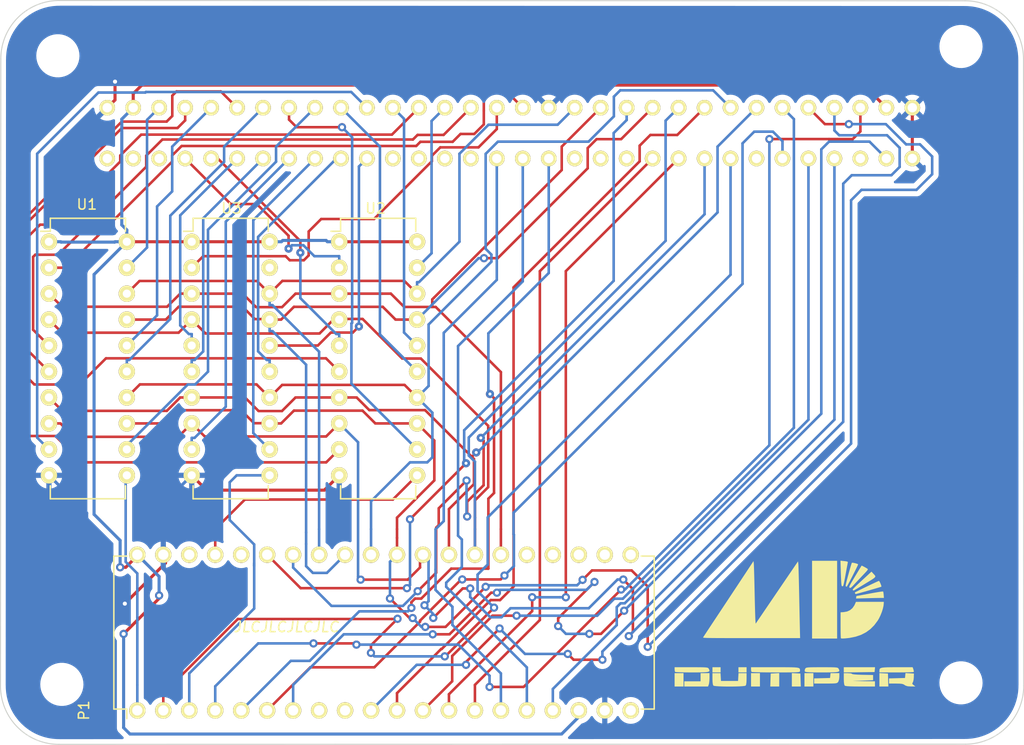
<source format=kicad_pcb>
(kicad_pcb (version 20201116) (generator pcbnew)
  (layers (0 "F.Cu" signal) (31 "B.Cu" signal) (34 "B.Paste" user) (35 "F.Paste" user) (36 "B.SilkS" user "B.Silkscreen") (37 "F.SilkS" user "F.Silkscreen") (38 "B.Mask" user) (39 "F.Mask" user) (44 "Edge.Cuts" user))
  (net 0 "")
  (net 1 "GND")
  (net 2 "VClk")
  (net 3 "STM_ASEL")
  (net 4 "/PA11")
  (net 5 "/PA12")
  (net 6 "VCC5")
  (net 7 "D8")
  (net 8 "/PC14")
  (net 9 "/PC15")
  (net 10 "D9")
  (net 11 "/RST")
  (net 12 "D0_V")
  (net 13 "D10")
  (net 14 "D1_V")
  (net 15 "D4_V")
  (net 16 "D11")
  (net 17 "D5_V")
  (net 18 "D6_V")
  (net 19 "D7_V")
  (net 20 "A0")
  (net 21 "A1")
  (net 22 "A2")
  (net 23 "D2_V")
  (net 24 "A3")
  (net 25 "A4")
  (net 26 "A5")
  (net 27 "A6")
  (net 28 "A7")
  (net 29 "A16")
  (net 30 "A17")
  (net 31 "A18")
  (net 32 "D15")
  (net 33 "D14")
  (net 34 "D13")
  (net 35 "D12")
  (net 36 "A19")
  (net 37 "A20")
  (net 38 "~MARK3")
  (net 39 "A21")
  (net 40 "/VBAT")
  (net 41 "/PC13")
  (net 42 "A22")
  (net 43 "Clk3")
  (net 44 "Clk2")
  (net 45 "Clk1")
  (net 46 "A8")
  (net 47 "A9")
  (net 48 "A10")
  (net 49 "A11")
  (net 50 "A12")
  (net 51 "A13")
  (net 52 "A14")
  (net 53 "A15")
  (net 54 "MD_DTACK")
  (net 55 "MD_UWR")
  (net 56 "MD_AS")
  (net 57 "MD_Rst")
  (net 58 "MD_TIME")
  (net 59 "MD_WE")
  (net 60 "MD_CE")
  (net 61 "MD_OE")
  (net 62 "d3_v")
  (footprint "logo2" (layer "F.Cu") (at 180.99 115.57)
    (fp_text reference "G2" hide)
    (fp_text value "LOGO" hide)
  )
  (footprint "lib:DIP-20_W7.62mm" (layer "F.Cu") (at 121.64 73.13)
    (fp_text reference "U3")
    (fp_text value "74LS273")
  )
  (footprint "lib:DIP-20_W7.62mm" (layer "F.Cu") (at 107.675 73.13)
    (fp_text reference "U1")
    (fp_text value "74LS273")
  )
  (footprint "Mounting_Holes:MountingHole_3.2mm_M3" (layer "F.Cu") (at 108.94 116.45)
    (fp_text reference "M1" hide)
    (fp_text value "MountingHole_3.2mm_M3" hide)
  )
  (footprint "Mounting_Holes:MountingHole_3.2mm_M3" (layer "F.Cu") (at 108.55 54.93)
    (fp_text reference "M4" hide)
    (fp_text value "MountingHole_3.2mm_M3" hide)
  )
  (footprint "lib:STM32" (layer "F.Cu") (at 116.32 119 90)
    (fp_text reference "P1")
    (fp_text value "DIL40")
  )
  (footprint "lib:DIP-20_W7.62mm" (layer "F.Cu") (at 136.065 73.13)
    (fp_text reference "U2")
    (fp_text value "74LS273")
  )
  (footprint "Mounting_Holes:MountingHole_3.2mm_M3" (layer "F.Cu") (at 196.88 54.02)
    (fp_text reference "M3" hide)
    (fp_text value "MountingHole_3.2mm_M3" hide)
  )
  (footprint "logo1" (layer "F.Cu") (at 181.68 107.78)
    (fp_text reference "G1" hide)
    (fp_text value "LOGO" hide)
  )
  (footprint "Mounting_Holes:MountingHole_3.2mm_M3" (layer "F.Cu") (at 196.88 116.3)
    (fp_text reference "M2" hide)
    (fp_text value "MountingHole_3.2mm_M3" hide)
  )
  (footprint "lib:MD_Slot" (layer "F.Cu") (at 152.75 63.71)
    (fp_text reference "Classic 12/2020" hide)
    (fp_text value "MD_Connector_H")
  )
  (gr_arc (start 108.68 55.23) (end 102.970003 55.23) (angle 90) (layer "Edge.Cuts") (width 0.1))
  (gr_arc (start 108.65 116.61) (end 108.65 122.319997) (angle 90) (layer "Edge.Cuts") (width 0.1))
  (gr_line (start 197.282422 49.547581) (end 108.680003 49.52) (layer "Edge.Cuts") (width 0.1))
  (gr_line (start 102.94 116.609997) (end 102.970003 55.23) (layer "Edge.Cuts") (width 0.1))
  (gr_line (start 203.012419 116.592422) (end 202.992422 55.257581) (layer "Edge.Cuts") (width 0.1))
  (gr_line (start 197.302419 122.302422) (end 108.65 122.319997) (layer "Edge.Cuts") (width 0.1))
  (gr_arc (start 197.302422 116.592422) (end 203.012419 116.592422) (angle 90) (layer "Edge.Cuts") (width 0.1))
  (gr_arc (start 197.282422 55.257578) (end 197.282422 49.547581) (angle 90) (layer "Edge.Cuts") (width 0.1))
  (gr_text "JLCJLCJLCJLC" (at 130.9 110.83) (layer "F.SilkS") (effects (font (size 1 1) (thickness 0.15) italic)))
  (segment (start 119.08 103.98) (end 118.86 103.76) (width 0.3) (layer "F.Cu") (net 1))
  (segment (start 114.14 59.25) (end 113.38 60.01) (width 0.3) (layer "F.Cu") (net 1))
  (segment (start 134.615 97.44) (end 123.09 97.44) (width 0.3) (layer "F.Cu") (net 1))
  (segment (start 192.12 64.98) (end 192.12 60.01) (width 0.3) (layer "F.Cu") (net 1))
  (segment (start 114.14 57.46) (end 114.14 59.25) (width 0.3) (layer "F.Cu") (net 1))
  (segment (start 115.1 108.55) (end 119.08 104.57) (width 0.3) (layer "F.Cu") (net 1))
  (segment (start 136.065 95.99) (end 134.615 97.44) (width 0.3) (layer "F.Cu") (net 1))
  (segment (start 123.09 97.44) (end 121.64 95.99) (width 0.3) (layer "F.Cu") (net 1))
  (segment (start 119.08 104.57) (end 119.08 103.98) (width 0.3) (layer "F.Cu") (net 1))
  (via (at 114.14 57.46) (size 0.8) (drill 0.4) (layers "F.Cu" "B.Cu") (net 1))
  (via (at 115.1 108.55) (size 0.8) (drill 0.4) (layers "F.Cu" "B.Cu") (net 1))
  (segment (start 114.74 56.86) (end 114.14 57.46) (width 0.3) (layer "B.Cu") (net 1))
  (segment (start 111.37 104.82) (end 115.1 108.55) (width 0.3) (layer "B.Cu") (net 1))
  (segment (start 188.97 56.86) (end 114.74 56.86) (width 0.3) (layer "B.Cu") (net 1))
  (segment (start 118.86 98.77) (end 118.86 103.76) (width 0.3) (layer "B.Cu") (net 1))
  (segment (start 192.12 60.01) (end 188.97 56.86) (width 0.3) (layer "B.Cu") (net 1))
  (segment (start 111.37 99.685) (end 111.37 104.82) (width 0.3) (layer "B.Cu") (net 1))
  (segment (start 107.675 95.99) (end 111.37 99.685) (width 0.3) (layer "B.Cu") (net 1))
  (segment (start 121.64 95.99) (end 118.86 98.77) (width 0.3) (layer "B.Cu") (net 1))
  (segment (start 116.32 103.86) (end 115.19 104.99) (width 0.3) (layer "F.Cu") (net 6))
  (segment (start 162.24 57.8) (end 187.37 57.8) (width 0.3) (layer "F.Cu") (net 6))
  (segment (start 115.92 60.01) (end 115.92 58.64) (width 0.3) (layer "F.Cu") (net 6))
  (segment (start 115.19 104.99) (end 114.64 104.99) (width 0.3) (layer "F.Cu") (net 6))
  (segment (start 114.98 111.51) (end 118.45 108.04) (width 0.3) (layer "F.Cu") (net 6))
  (segment (start 115.92 58.64) (end 116.76 57.8) (width 0.3) (layer "F.Cu") (net 6))
  (segment (start 116.76 57.8) (end 162.24 57.8) (width 0.3) (layer "F.Cu") (net 6))
  (segment (start 118.45 108.04) (end 118.45 107.75) (width 0.3) (layer "F.Cu") (net 6))
  (segment (start 187.37 57.8) (end 189.58 60.01) (width 0.3) (layer "F.Cu") (net 6))
  (segment (start 143.685 73.13) (end 136.065 73.13) (width 0.3) (layer "F.Cu") (net 6))
  (segment (start 115.295 73.13) (end 121.64 73.13) (width 0.3) (layer "F.Cu") (net 6))
  (segment (start 129.26 73.13) (end 121.64 73.13) (width 0.3) (layer "F.Cu") (net 6))
  (via (at 114.64 104.99) (size 0.8) (drill 0.4) (layers "F.Cu" "B.Cu") (net 6))
  (via (at 114.98 111.51) (size 0.8) (drill 0.4) (layers "F.Cu" "B.Cu") (net 6))
  (via (at 118.45 107.75) (size 0.8) (drill 0.4) (layers "F.Cu" "B.Cu") (net 6))
  (segment (start 136.065 73.13) (end 134.9147 73.13) (width 0.3) (layer "B.Cu") (net 6))
  (segment (start 115.295 73.13) (end 115.295 71.9797) (width 0.3) (layer "B.Cu") (net 6))
  (segment (start 134.9147 73.13) (end 134.7833 72.9986) (width 0.3) (layer "B.Cu") (net 6))
  (segment (start 108.8253 73.13) (end 108.8591 73.1638) (width 0.3) (layer "B.Cu") (net 6))
  (segment (start 157.82 121.31) (end 116.06 121.31) (width 0.3) (layer "B.Cu") (net 6))
  (segment (start 115.295 71.9797) (end 114.8011 71.4858) (width 0.3) (layer "B.Cu") (net 6))
  (segment (start 118.45 105.89) (end 116.32 103.76) (width 0.3) (layer "B.Cu") (net 6))
  (segment (start 116.06 121.31) (end 115.6 121.31) (width 0.3) (layer "B.Cu") (net 6))
  (segment (start 112.09 99.81) (end 112.09 76.335) (width 0.3) (layer "B.Cu") (net 6))
  (segment (start 159.5 119) (end 159.5 119.63) (width 0.3) (layer "B.Cu") (net 6))
  (segment (start 114.1109 73.1638) (end 114.1447 73.13) (width 0.3) (layer "B.Cu") (net 6))
  (segment (start 159.5 119.63) (end 157.82 121.31) (width 0.3) (layer "B.Cu") (net 6))
  (segment (start 114.8011 61.1289) (end 115.92 60.01) (width 0.3) (layer "B.Cu") (net 6))
  (segment (start 112.09 76.335) (end 115.295 73.13) (width 0.3) (layer "B.Cu") (net 6))
  (segment (start 108.8591 73.1638) (end 114.1109 73.1638) (width 0.3) (layer "B.Cu") (net 6))
  (segment (start 118.45 107.75) (end 118.45 105.89) (width 0.3) (layer "B.Cu") (net 6))
  (segment (start 114.8011 71.4858) (end 114.8011 61.1289) (width 0.3) (layer "B.Cu") (net 6))
  (segment (start 114.98 120.69) (end 114.98 111.51) (width 0.3) (layer "B.Cu") (net 6))
  (segment (start 129.26 73.13) (end 130.4103 73.13) (width 0.3) (layer "B.Cu") (net 6))
  (segment (start 107.675 73.13) (end 108.8253 73.13) (width 0.3) (layer "B.Cu") (net 6))
  (segment (start 115.6 121.31) (end 114.98 120.69) (width 0.3) (layer "B.Cu") (net 6))
  (segment (start 114.64 102.36) (end 112.09 99.81) (width 0.3) (layer "B.Cu") (net 6))
  (segment (start 114.64 104.99) (end 114.64 102.36) (width 0.3) (layer "B.Cu") (net 6))
  (segment (start 130.5417 72.9986) (end 130.4103 73.13) (width 0.3) (layer "B.Cu") (net 6))
  (segment (start 115.295 73.13) (end 114.1447 73.13) (width 0.3) (layer "B.Cu") (net 6))
  (segment (start 134.7833 72.9986) (end 130.5417 72.9986) (width 0.3) (layer "B.Cu") (net 6))
  (segment (start 148.4689 94.8093) (end 142.99 100.2882) (width 0.25) (layer "F.Cu") (net 7))
  (segment (start 132.295291 107.035291) (end 142.690906 107.035291) (width 0.25) (layer "F.Cu") (net 7))
  (segment (start 129.02 103.76) (end 132.295291 107.035291) (width 0.25) (layer "F.Cu") (net 7))
  (via (at 142.99 100.2882) (size 0.8) (drill 0.4) (layers "F.Cu" "B.Cu") (net 7))
  (via (at 142.690906 107.035291) (size 0.8) (drill 0.4) (layers "F.Cu" "B.Cu") (net 7))
  (via (at 148.4689 94.8093) (size 0.8) (layers "F.Cu" "B.Cu") (net 7))
  (segment (start 164.18 61.22) (end 162.91 62.49) (width 0.25) (layer "B.Cu") (net 7))
  (segment (start 164.18 60.01) (end 164.18 61.22) (width 0.25) (layer "B.Cu") (net 7))
  (segment (start 142.99 106.736197) (end 142.690906 107.035291) (width 0.25) (layer "B.Cu") (net 7))
  (segment (start 148.2883 91.5792) (end 148.2883 94.6287) (width 0.25) (layer "B.Cu") (net 7))
  (segment (start 162.91 62.49) (end 162.91 76.9575) (width 0.25) (layer "B.Cu") (net 7))
  (segment (start 148.2883 94.6287) (end 148.4689 94.8093) (width 0.25) (layer "B.Cu") (net 7))
  (segment (start 162.91 76.9575) (end 148.2883 91.5792) (width 0.25) (layer "B.Cu") (net 7))
  (segment (start 142.99 100.2882) (end 142.99 106.736197) (width 0.25) (layer "B.Cu") (net 7))
  (segment (start 166.5024 62.6776) (end 169.1324 62.6776) (width 0.25) (layer "F.Cu") (net 10))
  (segment (start 165.45 63.73) (end 166.5024 62.6776) (width 0.25) (layer "F.Cu") (net 10))
  (segment (start 153.12 77.5914) (end 165.45 65.2614) (width 0.25) (layer "F.Cu") (net 10))
  (segment (start 141.72 119) (end 141.72 117.306996) (width 0.25) (layer "F.Cu") (net 10))
  (segment (start 141.72 117.306996) (end 146.041998 112.984998) (width 0.25) (layer "F.Cu") (net 10))
  (segment (start 151.799123 108.200012) (end 153.12 106.879135) (width 0.25) (layer "F.Cu") (net 10))
  (segment (start 165.45 65.2614) (end 165.45 63.73) (width 0.25) (layer "F.Cu") (net 10))
  (segment (start 146.092 112.984998) (end 150.876986 108.200012) (width 0.25) (layer "F.Cu") (net 10))
  (segment (start 150.876986 108.200012) (end 151.799123 108.200012) (width 0.25) (layer "F.Cu") (net 10))
  (segment (start 146.041998 112.984998) (end 146.092 112.984998) (width 0.25) (layer "F.Cu") (net 10))
  (segment (start 169.1324 62.6776) (end 171.8 60.01) (width 0.25) (layer "F.Cu") (net 10))
  (segment (start 153.12 106.879135) (end 153.12 77.5914) (width 0.25) (layer "F.Cu") (net 10))
  (segment (start 141.12 78.21) (end 140.26 78.21) (width 0.25) (layer "F.Cu") (net 12))
  (segment (start 145.3343 78.6057) (end 145.1656 78.7744) (width 0.25) (layer "F.Cu") (net 12))
  (segment (start 140.26 78.21) (end 136.065 78.21) (width 0.25) (layer "F.Cu") (net 12))
  (segment (start 151.88 103.76) (end 151.88 101.26) (width 0.25) (layer "F.Cu") (net 12))
  (segment (start 145.1656 78.7744) (end 145.1656 79.51) (width 0.25) (layer "F.Cu") (net 12))
  (segment (start 136.065 78.21) (end 131.7953 78.21) (width 0.25) (layer "F.Cu") (net 12))
  (segment (start 127.94 79.53) (end 126.62 78.21) (width 0.25) (layer "F.Cu") (net 12))
  (segment (start 145.1656 79.51) (end 142.42 79.51) (width 0.25) (layer "F.Cu") (net 12))
  (segment (start 119.2347 79.49) (end 108.955 79.49) (width 0.25) (layer "F.Cu") (net 12))
  (segment (start 142.42 79.51) (end 141.12 78.21) (width 0.25) (layer "F.Cu") (net 12))
  (segment (start 151.88 85.887) (end 151.88 101.26) (width 0.25) (layer "F.Cu") (net 12))
  (segment (start 157.83 63.82) (end 157.83 66.11) (width 0.25) (layer "F.Cu") (net 12))
  (segment (start 126.62 78.21) (end 121.64 78.21) (width 0.25) (layer "F.Cu") (net 12))
  (segment (start 130.4753 79.53) (end 127.94 79.53) (width 0.25) (layer "F.Cu") (net 12))
  (segment (start 145.7915 79.7985) (end 151.88 85.887) (width 0.25) (layer "F.Cu") (net 12))
  (segment (start 157.83 66.11) (end 145.3343 78.6057) (width 0.25) (layer "F.Cu") (net 12))
  (segment (start 121.64 78.21) (end 120.5147 78.21) (width 0.25) (layer "F.Cu") (net 12))
  (segment (start 145.503 79.51) (end 145.7915 79.7985) (width 0.25) (layer "F.Cu") (net 12))
  (segment (start 131.7953 78.21) (end 130.4753 79.53) (width 0.25) (layer "F.Cu") (net 12))
  (segment (start 161.64 60.01) (end 157.83 63.82) (width 0.25) (layer "F.Cu") (net 12))
  (segment (start 145.1656 79.51) (end 145.503 79.51) (width 0.25) (layer "F.Cu") (net 12))
  (segment (start 108.955 79.49) (end 107.675 78.21) (width 0.25) (layer "F.Cu") (net 12))
  (segment (start 120.5147 78.21) (end 119.2347 79.49) (width 0.25) (layer "F.Cu") (net 12))
  (segment (start 147.115002 116.144998) (end 147.115002 113.671408) (width 0.25) (layer "F.Cu") (net 13))
  (segment (start 144.26 119) (end 147.115002 116.144998) (width 0.25) (layer "F.Cu") (net 13))
  (segment (start 151.05841 109.728) (end 153.416 109.728) (width 0.25) (layer "F.Cu") (net 13))
  (segment (start 147.115002 113.671408) (end 151.05841 109.728) (width 0.25) (layer "F.Cu") (net 13))
  (via (at 153.416 109.728) (size 0.8) (drill 0.4) (layers "F.Cu" "B.Cu") (net 13))
  (segment (start 161.301974 109.728) (end 153.416 109.728) (width 0.25) (layer "B.Cu") (net 13))
  (segment (start 162.964987 108.064987) (end 161.301974 109.728) (width 0.25) (layer "B.Cu") (net 13))
  (segment (start 180.536011 91.336181) (end 163.807205 108.064987) (width 0.25) (layer "B.Cu") (net 13))
  (segment (start 179.42 60.01) (end 180.536011 61.126011) (width 0.25) (layer "B.Cu") (net 13))
  (segment (start 180.536011 61.126011) (end 180.536011 91.336181) (width 0.25) (layer "B.Cu") (net 13))
  (segment (start 163.807205 108.064987) (end 162.964987 108.064987) (width 0.25) (layer "B.Cu") (net 13))
  (segment (start 150.6397 97.1461) (end 149.34 98.4458) (width 0.25) (layer "F.Cu") (net 14))
  (segment (start 138.3518 80.6844) (end 142.2274 84.56) (width 0.25) (layer "F.Cu") (net 14))
  (segment (start 120.36 82.03) (end 121.64 80.75) (width 0.25) (layer "F.Cu") (net 14))
  (segment (start 135.568 80.6844) (end 138.3518 80.6844) (width 0.25) (layer "F.Cu") (net 14))
  (segment (start 108.955 82.03) (end 120.36 82.03) (width 0.25) (layer "F.Cu") (net 14))
  (segment (start 136.065 80.75) (end 135.5024 80.75) (width 0.25) (layer "F.Cu") (net 14))
  (segment (start 150.6397 91.1478) (end 150.6397 97.1461) (width 0.25) (layer "F.Cu") (net 14))
  (segment (start 144.0519 84.56) (end 150.6397 91.1478) (width 0.25) (layer "F.Cu") (net 14))
  (segment (start 135.5024 80.75) (end 135.568 80.6844) (width 0.25) (layer "F.Cu") (net 14))
  (segment (start 149.34 101.26) (end 149.34 100.1347) (width 0.25) (layer "F.Cu") (net 14))
  (segment (start 134.1424 82.11) (end 135.5024 80.75) (width 0.25) (layer "F.Cu") (net 14))
  (segment (start 142.2274 84.56) (end 144.0519 84.56) (width 0.25) (layer "F.Cu") (net 14))
  (segment (start 121.64 80.75) (end 123 82.11) (width 0.25) (layer "F.Cu") (net 14))
  (segment (start 149.34 103.76) (end 149.34 101.26) (width 0.25) (layer "F.Cu") (net 14))
  (segment (start 149.34 98.4458) (end 149.34 100.1347) (width 0.25) (layer "F.Cu") (net 14))
  (segment (start 107.675 80.75) (end 108.955 82.03) (width 0.25) (layer "F.Cu") (net 14))
  (segment (start 123 82.11) (end 134.1424 82.11) (width 0.25) (layer "F.Cu") (net 14))
  (segment (start 148.7386 94.0531) (end 149.3399 94.6544) (width 0.25) (layer "B.Cu") (net 14))
  (segment (start 149.3399 94.6544) (end 149.34 94.6544) (width 0.25) (layer "B.Cu") (net 14))
  (segment (start 149.34 101.26) (end 149.34 100.1347) (width 0.25) (layer "B.Cu") (net 14))
  (segment (start 149.34 94.6544) (end 149.34 100.1347) (width 0.25) (layer "B.Cu") (net 14))
  (segment (start 169.26 60.01) (end 167.99 61.28) (width 0.25) (layer "B.Cu") (net 14))
  (segment (start 148.7386 92.2901) (end 148.7386 94.0531) (width 0.25) (layer "B.Cu") (net 14))
  (segment (start 167.99 61.28) (end 167.99 73.0387) (width 0.25) (layer "B.Cu") (net 14))
  (segment (start 149.34 101.26) (end 149.34 103.76) (width 0.25) (layer "B.Cu") (net 14))
  (segment (start 167.99 73.0387) (end 148.7386 92.2901) (width 0.25) (layer "B.Cu") (net 14))
  (segment (start 143.685 90.91) (end 145.37 92.595) (width 0.25) (layer "F.Cu") (net 15))
  (segment (start 150.39 106.90501) (end 146.471392 110.823618) (width 0.25) (layer "F.Cu") (net 15))
  (segment (start 129.24 90.89) (end 129.26 90.91) (width 0.25) (layer "F.Cu") (net 15))
  (segment (start 138.3472 89.66) (end 131.6353 89.66) (width 0.25) (layer "F.Cu") (net 15))
  (segment (start 160.79 105.3) (end 159.87 106.22) (width 0.25) (layer "F.Cu") (net 15))
  (segment (start 145.37 96.4847) (end 141.72 100.1347) (width 0.25) (layer "F.Cu") (net 15))
  (segment (start 145.37 92.595) (end 145.37 96.4847) (width 0.25) (layer "F.Cu") (net 15))
  (segment (start 126.47 89.62) (end 127.74 90.89) (width 0.25) (layer "F.Cu") (net 15))
  (segment (start 146.471392 110.823618) (end 144.483618 110.823618) (width 0.25) (layer "F.Cu") (net 15))
  (segment (start 164.67 105.3) (end 160.79 105.3) (width 0.25) (layer "F.Cu") (net 15))
  (segment (start 119.1047 90.91) (end 120.3947 89.62) (width 0.25) (layer "F.Cu") (net 15))
  (segment (start 115.295 90.91) (end 119.1047 90.91) (width 0.25) (layer "F.Cu") (net 15))
  (segment (start 141.72 100.1347) (end 141.72 101.26) (width 0.25) (layer "F.Cu") (net 15))
  (segment (start 141.72 103.76) (end 141.72 102.11) (width 0.25) (layer "F.Cu") (net 15))
  (segment (start 181.96 60.01) (end 183.57 61.62) (width 0.25) (layer "F.Cu") (net 15))
  (segment (start 130.3853 90.91) (end 129.26 90.91) (width 0.25) (layer "F.Cu") (net 15))
  (segment (start 120.3947 89.62) (end 126.47 89.62) (width 0.25) (layer "F.Cu") (net 15))
  (segment (start 142.946998 109.960335) (end 143.248579 109.960335) (width 0.25) (layer "F.Cu") (net 15))
  (segment (start 143.685 90.91) (end 139.5972 90.91) (width 0.25) (layer "F.Cu") (net 15))
  (segment (start 166.24 106.87) (end 164.67 105.3) (width 0.25) (layer "F.Cu") (net 15))
  (segment (start 166.24 112.77) (end 166.24 106.87) (width 0.25) (layer "F.Cu") (net 15))
  (segment (start 131.6353 89.66) (end 130.3853 90.91) (width 0.25) (layer "F.Cu") (net 15))
  (segment (start 127.74 90.89) (end 129.24 90.89) (width 0.25) (layer "F.Cu") (net 15))
  (segment (start 183.57 61.62) (end 185.91 61.62) (width 0.25) (layer "F.Cu") (net 15))
  (segment (start 141.031653 108.04499) (end 142.946998 109.960335) (width 0.25) (layer "F.Cu") (net 15))
  (segment (start 141.72 101.26) (end 141.72 102.11) (width 0.25) (layer "F.Cu") (net 15))
  (segment (start 139.5972 90.91) (end 138.3472 89.66) (width 0.25) (layer "F.Cu") (net 15))
  (via (at 159.87 106.22) (size 0.8) (drill 0.4) (layers "F.Cu" "B.Cu") (net 15))
  (via (at 141.031653 108.04499) (size 0.8) (drill 0.4) (layers "F.Cu" "B.Cu") (net 15))
  (via (at 166.24 112.77) (size 0.8) (drill 0.4) (layers "F.Cu" "B.Cu") (net 15))
  (via (at 185.91 61.62) (size 0.8) (drill 0.4) (layers "F.Cu" "B.Cu") (net 15))
  (via (at 150.39 106.90501) (size 0.8) (drill 0.4) (layers "F.Cu" "B.Cu") (net 15))
  (via (at 143.248579 109.960335) (size 0.8) (drill 0.4) (layers "F.Cu" "B.Cu") (net 15))
  (via (at 144.483618 110.823618) (size 0.8) (drill 0.4) (layers "F.Cu" "B.Cu") (net 15))
  (segment (start 141.72 103.76) (end 141.031653 104.448347) (width 0.25) (layer "B.Cu") (net 15))
  (segment (start 143.248579 109.960335) (end 144.111862 110.823618) (width 0.25) (layer "B.Cu") (net 15))
  (segment (start 192.87 63.6) (end 194.06 64.79) (width 0.25) (layer "B.Cu") (net 15))
  (segment (start 186.13 69.07) (end 186.13 92.88) (width 0.25) (layer "B.Cu") (net 15))
  (segment (start 185.91 61.62) (end 189.53 61.62) (width 0.25) (layer "B.Cu") (net 15))
  (segment (start 189.53 61.62) (end 191.51 63.6) (width 0.25) (layer "B.Cu") (net 15))
  (segment (start 159.34 106.75) (end 150.54501 106.75) (width 0.25) (layer "B.Cu") (net 15))
  (segment (start 187.15 68.05) (end 186.13 69.07) (width 0.25) (layer "B.Cu") (net 15))
  (segment (start 194.06 64.79) (end 194.06 66.52) (width 0.25) (layer "B.Cu") (net 15))
  (segment (start 150.54501 106.75) (end 150.39 106.90501) (width 0.25) (layer "B.Cu") (net 15))
  (segment (start 144.111862 110.823618) (end 144.483618 110.823618) (width 0.25) (layer "B.Cu") (net 15))
  (segment (start 186.13 92.88) (end 166.24 112.77) (width 0.25) (layer "B.Cu") (net 15))
  (segment (start 159.87 106.22) (end 159.34 106.75) (width 0.25) (layer "B.Cu") (net 15))
  (segment (start 191.51 63.6) (end 192.87 63.6) (width 0.25) (layer "B.Cu") (net 15))
  (segment (start 192.53 68.05) (end 187.15 68.05) (width 0.25) (layer "B.Cu") (net 15))
  (segment (start 194.06 66.52) (end 192.53 68.05) (width 0.25) (layer "B.Cu") (net 15))
  (segment (start 141.031653 104.448347) (end 141.031653 108.04499) (width 0.25) (layer "B.Cu") (net 15))
  (segment (start 154.104314 116.7) (end 163.637205 107.167109) (width 0.25) (layer "F.Cu") (net 16))
  (segment (start 133.55 112.44) (end 137.63 112.44) (width 0.25) (layer "F.Cu") (net 16))
  (segment (start 137.63 112.44) (end 137.75 112.56) (width 0.25) (layer "F.Cu") (net 16))
  (segment (start 150.77 116.7) (end 154.104314 116.7) (width 0.25) (layer "F.Cu") (net 16))
  (segment (start 187.04 62.33) (end 186.29 63.08) (width 0.25) (layer "F.Cu") (net 16))
  (segment (start 178.14 63.08) (end 183.97 63.08) (width 0.25) (layer "F.Cu") (net 16))
  (segment (start 186.29 63.08) (end 183.97 63.08) (width 0.25) (layer "F.Cu") (net 16))
  (segment (start 187.04 60.01) (end 187.04 62.33) (width 0.25) (layer "F.Cu") (net 16))
  (via (at 163.637205 107.167109) (size 0.8) (drill 0.4) (layers "F.Cu" "B.Cu") (net 16))
  (via (at 178.14 63.08) (size 0.8) (drill 0.4) (layers "F.Cu" "B.Cu") (net 16))
  (via (at 133.55 112.44) (size 0.8) (drill 0.4) (layers "F.Cu" "B.Cu") (net 16))
  (via (at 137.75 112.56) (size 0.8) (drill 0.4) (layers "F.Cu" "B.Cu") (net 16))
  (via (at 150.77 116.7) (size 0.8) (drill 0.4) (layers "F.Cu" "B.Cu") (net 16))
  (segment (start 123.94 119) (end 123.94 116.64) (width 0.25) (layer "B.Cu") (net 16))
  (segment (start 137.75 112.56) (end 147.73 112.56) (width 0.25) (layer "B.Cu") (net 16))
  (segment (start 128.14 112.44) (end 133.55 112.44) (width 0.25) (layer "B.Cu") (net 16))
  (segment (start 150.77 115.6) (end 150.77 116.7) (width 0.25) (layer "B.Cu") (net 16))
  (segment (start 178.14 93.043002) (end 164.015893 107.167109) (width 0.25) (layer "B.Cu") (net 16))
  (segment (start 178.14 63.08) (end 178.14 93.043002) (width 0.25) (layer "B.Cu") (net 16))
  (segment (start 123.94 116.64) (end 128.14 112.44) (width 0.25) (layer "B.Cu") (net 16))
  (segment (start 164.015893 107.167109) (end 163.637205 107.167109) (width 0.25) (layer "B.Cu") (net 16))
  (segment (start 147.73 112.56) (end 150.77 115.6) (width 0.25) (layer "B.Cu") (net 16))
  (segment (start 129.26 88.37) (end 127.98 87.09) (width 0.25) (layer "F.Cu") (net 17))
  (segment (start 143.685 88.37) (end 142.455 87.14) (width 0.25) (layer "F.Cu") (net 17))
  (segment (start 127.98 87.09) (end 116.575 87.09) (width 0.25) (layer "F.Cu") (net 17))
  (segment (start 116.575 87.09) (end 115.295 88.37) (width 0.25) (layer "F.Cu") (net 17))
  (segment (start 142.455 87.14) (end 130.49 87.14) (width 0.25) (layer "F.Cu") (net 17))
  (segment (start 130.49 87.14) (end 129.26 88.37) (width 0.25) (layer "F.Cu") (net 17))
  (segment (start 142.99 94.72) (end 139.18 98.53) (width 0.25) (layer "B.Cu") (net 17))
  (segment (start 150.3903 73.827896) (end 150.3903 64.5291) (width 0.25) (layer "B.Cu") (net 17))
  (segment (start 144.8103 81.228024) (end 150.952362 75.085962) (width 0.25) (layer "B.Cu") (net 17))
  (segment (start 144.8103 87.2447) (end 144.8103 81.228024) (width 0.25) (layer "B.Cu") (net 17))
  (segment (start 160.4556 63.3344) (end 162.93 60.86) (width 0.25) (layer "B.Cu") (net 17))
  (segment (start 150.952362 75.085962) (end 150.952362 74.389958) (width 0.25) (layer "B.Cu") (net 17))
  (segment (start 150.952362 74.389958) (end 150.3903 73.827896) (width 0.25) (layer "B.Cu") (net 17))
  (segment (start 172.64 58.31) (end 174.34 60.01) (width 0.25) (layer "B.Cu") (net 17))
  (segment (start 144.68 94.72) (end 142.99 94.72) (width 0.25) (layer "B.Cu") (net 17))
  (segment (start 139.18 103.76) (end 139.18 101.26) (width 0.25) (layer "B.Cu") (net 17))
  (segment (start 143.685 88.37) (end 145.18 89.865) (width 0.25) (layer "B.Cu") (net 17))
  (segment (start 150.3903 64.5291) (end 151.585 63.3344) (width 0.25) (layer "B.Cu") (net 17))
  (segment (start 162.93 60.86) (end 162.93 58.93) (width 0.25) (layer "B.Cu") (net 17))
  (segment (start 139.18 98.53) (end 139.18 101.26) (width 0.25) (layer "B.Cu") (net 17))
  (segment (start 143.685 88.37) (end 144.8103 87.2447) (width 0.25) (layer "B.Cu") (net 17))
  (segment (start 162.93 58.93) (end 163.55 58.31) (width 0.25) (layer "B.Cu") (net 17))
  (segment (start 163.55 58.31) (end 172.64 58.31) (width 0.25) (layer "B.Cu") (net 17))
  (segment (start 151.585 63.3344) (end 160.4556 63.3344) (width 0.25) (layer "B.Cu") (net 17))
  (segment (start 145.18 89.865) (end 145.18 94.22) (width 0.25) (layer "B.Cu") (net 17))
  (segment (start 145.18 94.22) (end 144.68 94.72) (width 0.25) (layer "B.Cu") (net 17))
  (segment (start 140.05 79.5) (end 131.6353 79.5) (width 0.25) (layer "F.Cu") (net 18))
  (segment (start 143.685 80.75) (end 141.58 80.75) (width 0.25) (layer "F.Cu") (net 18))
  (segment (start 130.3853 80.75) (end 129.26 80.75) (width 0.25) (layer "F.Cu") (net 18))
  (segment (start 126.61 79.49) (end 127.82 80.7) (width 0.25) (layer "F.Cu") (net 18))
  (segment (start 129.21 80.7) (end 129.26 80.75) (width 0.25) (layer "F.Cu") (net 18))
  (segment (start 160.37 65.94) (end 151.57204 74.73796) (width 0.25) (layer "F.Cu") (net 18))
  (segment (start 163.6408 63.0892) (end 161.2408 63.0892) (width 0.25) (layer "F.Cu") (net 18))
  (segment (start 161.2408 63.0892) (end 160.37 63.96) (width 0.25) (layer "F.Cu") (net 18))
  (segment (start 140.33 79.5) (end 140.05 79.5) (width 0.25) (layer "F.Cu") (net 18))
  (segment (start 151.57204 74.73796) (end 150.22736 74.73796) (width 0.25) (layer "F.Cu") (net 18))
  (segment (start 141.58 80.75) (end 140.33 79.5) (width 0.25) (layer "F.Cu") (net 18))
  (segment (start 160.37 63.96) (end 160.37 65.94) (width 0.25) (layer "F.Cu") (net 18))
  (segment (start 119.1047 80.75) (end 120.3647 79.49) (width 0.25) (layer "F.Cu") (net 18))
  (segment (start 120.3647 79.49) (end 126.61 79.49) (width 0.25) (layer "F.Cu") (net 18))
  (segment (start 115.295 80.75) (end 119.1047 80.75) (width 0.25) (layer "F.Cu") (net 18))
  (segment (start 166.72 60.01) (end 163.6408 63.0892) (width 0.25) (layer "F.Cu") (net 18))
  (segment (start 131.6353 79.5) (end 130.3853 80.75) (width 0.25) (layer "F.Cu") (net 18))
  (segment (start 127.82 80.7) (end 129.21 80.7) (width 0.25) (layer "F.Cu") (net 18))
  (via (at 150.22736 74.73796) (size 0.8) (drill 0.4) (layers "F.Cu" "B.Cu") (net 18))
  (segment (start 132.83 85.164) (end 132.83 101.5818) (width 0.25) (layer "B.Cu") (net 18))
  (segment (start 129.26 81.8753) (end 129.5413 81.8753) (width 0.25) (layer "B.Cu") (net 18))
  (segment (start 129.26 80.75) (end 129.26 81.8753) (width 0.25) (layer "B.Cu") (net 18))
  (segment (start 133.49 105.54) (end 134.86 105.54) (width 0.25) (layer "B.Cu") (net 18))
  (segment (start 143.685 80.75) (end 149.69704 74.73796) (width 0.25) (layer "B.Cu") (net 18))
  (segment (start 132.83 102.71) (end 132.83 101.5818) (width 0.25) (layer "B.Cu") (net 18))
  (segment (start 132.83 104.88) (end 133.49 105.54) (width 0.25) (layer "B.Cu") (net 18))
  (segment (start 129.5413 81.8753) (end 132.83 85.164) (width 0.25) (layer "B.Cu") (net 18))
  (segment (start 134.86 105.54) (end 136.64 103.76) (width 0.25) (layer "B.Cu") (net 18))
  (segment (start 149.69704 74.73796) (end 150.22736 74.73796) (width 0.25) (layer "B.Cu") (net 18))
  (segment (start 132.83 102.71) (end 132.83 104.88) (width 0.25) (layer "B.Cu") (net 18))
  (segment (start 115.295 78.21) (end 116.535 76.97) (width 0.25) (layer "F.Cu") (net 19))
  (segment (start 128.02 76.97) (end 129.26 78.21) (width 0.25) (layer "F.Cu") (net 19))
  (segment (start 143.685 78.21) (end 142.435 76.96) (width 0.25) (layer "F.Cu") (net 19))
  (segment (start 116.535 76.97) (end 128.02 76.97) (width 0.25) (layer "F.Cu") (net 19))
  (segment (start 130.51 76.96) (end 129.26 78.21) (width 0.25) (layer "F.Cu") (net 19))
  (segment (start 142.435 76.96) (end 130.51 76.96) (width 0.25) (layer "F.Cu") (net 19))
  (segment (start 157.4314 61.6786) (end 150.667 61.6786) (width 0.25) (layer "B.Cu") (net 19))
  (segment (start 143.685 78.21) (end 143.685 77.0847) (width 0.25) (layer "B.Cu") (net 19))
  (segment (start 134.1 83.894) (end 134.1 101.26) (width 0.25) (layer "B.Cu") (net 19))
  (segment (start 129.26 78.21) (end 129.26 79.3353) (width 0.25) (layer "B.Cu") (net 19))
  (segment (start 159.1 60.01) (end 157.4314 61.6786) (width 0.25) (layer "B.Cu") (net 19))
  (segment (start 147.8278 64.5178) (end 147.8278 73.1272) (width 0.25) (layer "B.Cu") (net 19))
  (segment (start 134.1 103.76) (end 134.1 101.26) (width 0.25) (layer "B.Cu") (net 19))
  (segment (start 129.26 79.3353) (end 129.5413 79.3353) (width 0.25) (layer "B.Cu") (net 19))
  (segment (start 129.5413 79.3353) (end 134.1 83.894) (width 0.25) (layer "B.Cu") (net 19))
  (segment (start 147.8278 73.1272) (end 143.8703 77.0847) (width 0.25) (layer "B.Cu") (net 19))
  (segment (start 143.8703 77.0847) (end 143.685 77.0847) (width 0.25) (layer "B.Cu") (net 19))
  (segment (start 150.667 61.6786) (end 147.8278 64.5178) (width 0.25) (layer "B.Cu") (net 19))
  (segment (start 149.27895 62.58105) (end 150.21 61.65) (width 0.25) (layer "F.Cu") (net 20))
  (segment (start 119.73 64.6806) (end 119.73 65.2862) (width 0.25) (layer "F.Cu") (net 20))
  (segment (start 144.009 63.3489) (end 143.6011 63.7568) (width 0.25) (layer "F.Cu") (net 20))
  (segment (start 120.6538 63.7568) (end 119.73 64.6806) (width 0.25) (layer "F.Cu") (net 20))
  (segment (start 150.86 58.38) (end 150.21 59.03) (width 0.25) (layer "F.Cu") (net 20))
  (segment (start 150.21 61.65) (end 150.21 60.3021) (width 0.25) (layer "F.Cu") (net 20))
  (segment (start 143.6011 63.7568) (end 120.6538 63.7568) (width 0.25) (layer "F.Cu") (net 20))
  (segment (start 119.73 65.2862) (end 109.3462 75.67) (width 0.25) (layer "F.Cu") (net 20))
  (segment (start 147.93105 62.58105) (end 149.27895 62.58105) (width 0.25) (layer "F.Cu") (net 20))
  (segment (start 109.3462 75.67) (end 107.675 75.67) (width 0.25) (layer "F.Cu") (net 20))
  (segment (start 150.21 59.03) (end 150.21 60.3021) (width 0.25) (layer "F.Cu") (net 20))
  (segment (start 147.93105 62.58105) (end 147.1632 63.3489) (width 0.25) (layer "F.Cu") (net 20))
  (segment (start 152.39 58.38) (end 150.86 58.38) (width 0.25) (layer "F.Cu") (net 20))
  (segment (start 147.1632 63.3489) (end 144.009 63.3489) (width 0.25) (layer "F.Cu") (net 20))
  (segment (start 154.02 60.01) (end 152.39 58.38) (width 0.25) (layer "F.Cu") (net 20))
  (segment (start 143.7293 62.6735) (end 143.279 63.1238) (width 0.25) (layer "F.Cu") (net 21))
  (segment (start 106.13 81.745) (end 107.675 83.29) (width 0.25) (layer "F.Cu") (net 21))
  (segment (start 117.19 64.7063) (end 117.19 65.79) (width 0.25) (layer "F.Cu") (net 21))
  (segment (start 146.2765 62.6735) (end 143.7293 62.6735) (width 0.25) (layer "F.Cu") (net 21))
  (segment (start 106.13 74.61) (end 106.13 81.745) (width 0.25) (layer "F.Cu") (net 21))
  (segment (start 143.279 63.1238) (end 118.7725 63.1238) (width 0.25) (layer "F.Cu") (net 21))
  (segment (start 117.19 65.79) (end 108.58 74.4) (width 0.25) (layer "F.Cu") (net 21))
  (segment (start 108.58 74.4) (end 106.34 74.4) (width 0.25) (layer "F.Cu") (net 21))
  (segment (start 148.94 60.01) (end 146.2765 62.6735) (width 0.25) (layer "F.Cu") (net 21))
  (segment (start 118.7725 63.1238) (end 117.19 64.7063) (width 0.25) (layer "F.Cu") (net 21))
  (segment (start 106.34 74.4) (end 106.13 74.61) (width 0.25) (layer "F.Cu") (net 21))
  (segment (start 105.679989 83.834989) (end 107.675 85.83) (width 0.25) (layer "F.Cu") (net 22))
  (segment (start 143.86 60.01) (end 141.225399 62.644601) (width 0.25) (layer "F.Cu") (net 22))
  (segment (start 114.65 64.6915) (end 114.65 65.2827) (width 0.25) (layer "F.Cu") (net 22))
  (segment (start 116.696899 62.644601) (end 114.65 64.6915) (width 0.25) (layer "F.Cu") (net 22))
  (segment (start 106.81 71.46) (end 105.679989 72.590011) (width 0.25) (layer "F.Cu") (net 22))
  (segment (start 141.225399 62.644601) (end 116.696899 62.644601) (width 0.25) (layer "F.Cu") (net 22))
  (segment (start 108.4727 71.46) (end 106.81 71.46) (width 0.25) (layer "F.Cu") (net 22))
  (segment (start 105.679989 72.590011) (end 105.679989 83.834989) (width 0.25) (layer "F.Cu") (net 22))
  (segment (start 114.65 65.2827) (end 108.4727 71.46) (width 0.25) (layer "F.Cu") (net 22))
  (segment (start 137.7711 88.37) (end 136.065 88.37) (width 0.25) (layer "F.Cu") (net 23))
  (segment (start 126.85 88.37) (end 121.64 88.37) (width 0.25) (layer "F.Cu") (net 23))
  (segment (start 131.7953 88.37) (end 130.4653 89.7) (width 0.25) (layer "F.Cu") (net 23))
  (segment (start 149.4639 93.7527) (end 149.0375 94.1791) (width 0.25) (layer "F.Cu") (net 23))
  (segment (start 139.0111 89.61) (end 137.7711 88.37) (width 0.25) (layer "F.Cu") (net 23))
  (segment (start 130.4653 89.7) (end 128.18 89.7) (width 0.25) (layer "F.Cu") (net 23))
  (segment (start 144.4684 89.61) (end 139.0111 89.61) (width 0.25) (layer "F.Cu") (net 23))
  (segment (start 108.985 89.68) (end 107.675 88.37) (width 0.25) (layer "F.Cu") (net 23))
  (segment (start 149.245002 96.848002) (end 149.245002 94.386602) (width 0.25) (layer "F.Cu") (net 23))
  (segment (start 149.0375 94.1791) (end 144.4684 89.61) (width 0.25) (layer "F.Cu") (net 23))
  (segment (start 149.245002 94.386602) (end 149.0375 94.1791) (width 0.25) (layer "F.Cu") (net 23))
  (segment (start 120.5147 88.37) (end 119.2047 89.68) (width 0.25) (layer "F.Cu") (net 23))
  (segment (start 128.18 89.7) (end 126.85 88.37) (width 0.25) (layer "F.Cu") (net 23))
  (segment (start 136.065 88.37) (end 131.7953 88.37) (width 0.25) (layer "F.Cu") (net 23))
  (segment (start 121.64 88.37) (end 120.5147 88.37) (width 0.25) (layer "F.Cu") (net 23))
  (segment (start 146.8 103.76) (end 146.8 99.293004) (width 0.25) (layer "F.Cu") (net 23))
  (segment (start 119.2047 89.68) (end 108.985 89.68) (width 0.25) (layer "F.Cu") (net 23))
  (segment (start 146.8 99.293004) (end 149.245002 96.848002) (width 0.25) (layer "F.Cu") (net 23))
  (via (at 149.4639 93.7527) (size 0.8) (layers "F.Cu" "B.Cu") (net 23))
  (segment (start 173.07 70.2591) (end 149.5764 93.7527) (width 0.25) (layer "B.Cu") (net 23))
  (segment (start 149.5764 93.7527) (end 149.4639 93.7527) (width 0.25) (layer "B.Cu") (net 23))
  (segment (start 176.88 60.01) (end 173.07 63.82) (width 0.25) (layer "B.Cu") (net 23))
  (segment (start 173.07 63.82) (end 173.07 70.2591) (width 0.25) (layer "B.Cu") (net 23))
  (segment (start 138.78 60.01) (end 137.242988 58.472988) (width 0.25) (layer "B.Cu") (net 24))
  (segment (start 106.5241 92.2991) (end 107.675 93.45) (width 0.25) (layer "B.Cu") (net 24))
  (segment (start 117.160014 58.472988) (end 117.108001 58.525001) (width 0.25) (layer "B.Cu") (net 24))
  (segment (start 137.242988 58.472988) (end 117.160014 58.472988) (width 0.25) (layer "B.Cu") (net 24))
  (segment (start 117.108001 58.525001) (end 112.514999 58.525001) (width 0.25) (layer "B.Cu") (net 24))
  (segment (start 106.5241 64.5159) (end 106.5241 92.2991) (width 0.25) (layer "B.Cu") (net 24))
  (segment (start 112.514999 58.525001) (end 106.5241 64.5159) (width 0.25) (layer "B.Cu") (net 24))
  (segment (start 115.295 93.0609) (end 115.295 93.45) (width 0.25) (layer "B.Cu") (net 25))
  (segment (start 129.89 65.2964) (end 123.2352 71.9512) (width 0.25) (layer "B.Cu") (net 25))
  (segment (start 116.0312 92.3247) (end 115.295 93.0609) (width 0.25) (layer "B.Cu") (net 25))
  (segment (start 121.9751 87.1) (end 121.2559 87.1) (width 0.25) (layer "B.Cu") (net 25))
  (segment (start 123.2352 71.9512) (end 123.2352 85.8399) (width 0.25) (layer "B.Cu") (net 25))
  (segment (start 121.2559 87.1) (end 116.0312 92.3247) (width 0.25) (layer "B.Cu") (net 25))
  (segment (start 129.89 63.82) (end 129.89 65.2964) (width 0.25) (layer "B.Cu") (net 25))
  (segment (start 133.7 60.01) (end 129.89 63.82) (width 0.25) (layer "B.Cu") (net 25))
  (segment (start 123.2352 85.8399) (end 121.9751 87.1) (width 0.25) (layer "B.Cu") (net 25))
  (segment (start 119.5437 70.5823) (end 124.81 65.316) (width 0.25) (layer "B.Cu") (net 26))
  (segment (start 124.81 65.316) (end 124.81 63.82) (width 0.25) (layer "B.Cu") (net 26))
  (segment (start 115.5295 84.7047) (end 119.5437 80.6905) (width 0.25) (layer "B.Cu") (net 26))
  (segment (start 119.5437 80.6905) (end 119.5437 70.5823) (width 0.25) (layer "B.Cu") (net 26))
  (segment (start 124.81 63.82) (end 128.62 60.01) (width 0.25) (layer "B.Cu") (net 26))
  (segment (start 115.295 85.83) (end 115.295 84.7047) (width 0.25) (layer "B.Cu") (net 26))
  (segment (start 115.295 84.7047) (end 115.5295 84.7047) (width 0.25) (layer "B.Cu") (net 26))
  (segment (start 119.73 68.1993) (end 118.254 69.6753) (width 0.25) (layer "B.Cu") (net 27))
  (segment (start 118.254 80.331) (end 115.295 83.29) (width 0.25) (layer "B.Cu") (net 27))
  (segment (start 118.254 69.6753) (end 118.254 80.331) (width 0.25) (layer "B.Cu") (net 27))
  (segment (start 123.54 60.01) (end 119.73 63.82) (width 0.25) (layer "B.Cu") (net 27))
  (segment (start 119.73 63.82) (end 119.73 68.1993) (width 0.25) (layer "B.Cu") (net 27))
  (segment (start 118.46 60.01) (end 117.2713 61.1987) (width 0.25) (layer "B.Cu") (net 28))
  (segment (start 117.2713 73.6937) (end 115.295 75.67) (width 0.25) (layer "B.Cu") (net 28))
  (segment (start 117.2713 61.1987) (end 117.2713 73.6937) (width 0.25) (layer "B.Cu") (net 28))
  (segment (start 136.6468 70.9032) (end 134.3068 70.9032) (width 0.25) (layer "F.Cu") (net 29))
  (segment (start 132.6085 74.9415) (end 131.229 74.9415) (width 0.25) (layer "F.Cu") (net 29))
  (segment (start 134.3068 70.9032) (end 133.08 72.13) (width 0.25) (layer "F.Cu") (net 29))
  (segment (start 122.7653 74.5447) (end 121.64 75.67) (width 0.25) (layer "F.Cu") (net 29))
  (segment (start 145.13 64.7123) (end 145.13 65.2505) (width 0.25) (layer "F.Cu") (net 29))
  (segment (start 151.48 60.01) (end 151.48 62.1) (width 0.25) (layer "F.Cu") (net 29))
  (segment (start 131.229 74.9415) (end 130.8322 74.5447) (width 0.25) (layer "F.Cu") (net 29))
  (segment (start 133.08 72.13) (end 133.08 74.47) (width 0.25) (layer "F.Cu") (net 29))
  (segment (start 145.9496 63.8927) (end 145.13 64.7123) (width 0.25) (layer "F.Cu") (net 29))
  (segment (start 151.48 62.1) (end 149.6873 63.8927) (width 0.25) (layer "F.Cu") (net 29))
  (segment (start 133.08 74.47) (end 132.6085 74.9415) (width 0.25) (layer "F.Cu") (net 29))
  (segment (start 139.4773 70.9032) (end 136.6468 70.9032) (width 0.25) (layer "F.Cu") (net 29))
  (segment (start 149.6873 63.8927) (end 145.9496 63.8927) (width 0.25) (layer "F.Cu") (net 29))
  (segment (start 130.8322 74.5447) (end 122.7653 74.5447) (width 0.25) (layer "F.Cu") (net 29))
  (segment (start 145.13 65.2505) (end 139.4773 70.9032) (width 0.25) (layer "F.Cu") (net 29))
  (segment (start 120.5147 70.5453) (end 120.5147 81.3208) (width 0.25) (layer "B.Cu") (net 30))
  (segment (start 120.5147 81.3208) (end 121.3586 82.1647) (width 0.25) (layer "B.Cu") (net 30))
  (segment (start 126.08 64.98) (end 120.5147 70.5453) (width 0.25) (layer "B.Cu") (net 30))
  (segment (start 121.3586 82.1647) (end 121.64 82.1647) (width 0.25) (layer "B.Cu") (net 30))
  (segment (start 121.64 83.29) (end 121.64 82.1647) (width 0.25) (layer "B.Cu") (net 30))
  (segment (start 128.62 64.98) (end 122.7653 70.8347) (width 0.25) (layer "B.Cu") (net 31))
  (segment (start 121.64 85.83) (end 121.64 84.7047) (width 0.25) (layer "B.Cu") (net 31))
  (segment (start 121.9214 84.7047) (end 121.64 84.7047) (width 0.25) (layer "B.Cu") (net 31))
  (segment (start 122.7653 70.8347) (end 122.7653 83.8608) (width 0.25) (layer "B.Cu") (net 31))
  (segment (start 122.7653 83.8608) (end 121.9214 84.7047) (width 0.25) (layer "B.Cu") (net 31))
  (segment (start 155.69 110.15) (end 149.34 116.5) (width 0.25) (layer "F.Cu") (net 32))
  (segment (start 155.69 76.01) (end 155.69 110.15) (width 0.25) (layer "F.Cu") (net 32))
  (segment (start 149.34 119) (end 149.34 116.5) (width 0.25) (layer "F.Cu") (net 32))
  (segment (start 166.72 64.98) (end 155.69 76.01) (width 0.25) (layer "F.Cu") (net 32))
  (segment (start 154.94 109.277004) (end 146.8 117.417004) (width 0.25) (layer "F.Cu") (net 33))
  (segment (start 146.8 117.417004) (end 146.8 119) (width 0.25) (layer "F.Cu") (net 33))
  (segment (start 158.23 107.176) (end 158.23 107.925021) (width 0.25) (layer "F.Cu") (net 33))
  (segment (start 158.23 76.01) (end 158.23 107.925021) (width 0.25) (layer "F.Cu") (net 33))
  (segment (start 154.94 107.925021) (end 154.94 109.277004) (width 0.25) (layer "F.Cu") (net 33))
  (segment (start 169.26 64.98) (end 158.23 76.01) (width 0.25) (layer "F.Cu") (net 33))
  (via (at 154.94 107.925021) (size 0.8) (drill 0.4) (layers "F.Cu" "B.Cu") (net 33))
  (via (at 158.23 107.925021) (size 0.8) (drill 0.4) (layers "F.Cu" "B.Cu") (net 33))
  (segment (start 158.23 107.925021) (end 157.664315 107.925021) (width 0.25) (layer "B.Cu") (net 33))
  (segment (start 157.664315 107.925021) (end 154.94 107.925021) (width 0.25) (layer "B.Cu") (net 33))
  (segment (start 145.55 101.11) (end 145.8 100.86) (width 0.25) (layer "F.Cu") (net 34))
  (segment (start 150.1893 92.5995) (end 150.1893 96.9596) (width 0.25) (layer "F.Cu") (net 34))
  (segment (start 150.1893 96.9596) (end 148.67945 98.46945) (width 0.25) (layer "F.Cu") (net 34))
  (segment (start 145.55 105.52) (end 145.55 101.11) (width 0.25) (layer "F.Cu") (net 34))
  (segment (start 143.74 107.33) (end 145.55 105.52) (width 0.25) (layer "F.Cu") (net 34))
  (segment (start 149.9142 92.3244) (end 150.1893 92.5995) (width 0.25) (layer "F.Cu") (net 34))
  (segment (start 148.58 100.02) (end 148.58 98.5689) (width 0.25) (layer "F.Cu") (net 34))
  (segment (start 145.8 99.22) (end 148.52 96.5) (width 0.25) (layer "F.Cu") (net 34))
  (segment (start 145.8 100.86) (end 145.8 99.22) (width 0.25) (layer "F.Cu") (net 34))
  (segment (start 148.58 98.5689) (end 148.67945 98.46945) (width 0.25) (layer "F.Cu") (net 34))
  (via (at 149.9142 92.3244) (size 0.8) (layers "F.Cu" "B.Cu") (net 34))
  (via (at 148.52 96.5) (size 0.8) (drill 0.4) (layers "F.Cu" "B.Cu") (net 34))
  (via (at 143.74 107.33) (size 0.8) (drill 0.4) (layers "F.Cu" "B.Cu") (net 34))
  (via (at 148.58 100.02) (size 0.8) (drill 0.4) (layers "F.Cu" "B.Cu") (net 34))
  (segment (start 135.31 108.77) (end 142.3 108.77) (width 0.25) (layer "B.Cu") (net 34))
  (segment (start 171.8 64.98) (end 171.8 70.4386) (width 0.25) (layer "B.Cu") (net 34))
  (segment (start 171.8 70.4386) (end 149.9142 92.3244) (width 0.25) (layer "B.Cu") (net 34))
  (segment (start 131.56 105.02) (end 135.31 108.77) (width 0.25) (layer "B.Cu") (net 34))
  (segment (start 142.3 108.77) (end 143.74 107.33) (width 0.25) (layer "B.Cu") (net 34))
  (segment (start 148.52 96.5) (end 148.52 99.96) (width 0.25) (layer "B.Cu") (net 34))
  (segment (start 131.56 103.76) (end 131.56 105.02) (width 0.25) (layer "B.Cu") (net 34))
  (segment (start 148.52 99.96) (end 148.58 100.02) (width 0.25) (layer "B.Cu") (net 34))
  (segment (start 151.21 108.94) (end 146.44 113.71) (width 0.25) (layer "F.Cu") (net 35))
  (segment (start 141.77 110.03) (end 141.7465 110.0535) (width 0.25) (layer "F.Cu") (net 35))
  (segment (start 141.2048 110.0535) (end 126.1503 110.0535) (width 0.25) (layer "F.Cu") (net 35))
  (segment (start 119.9853 116.2185) (end 118.86 117.3438) (width 0.25) (layer "F.Cu") (net 35))
  (segment (start 126.1503 110.0535) (end 119.9853 116.2185) (width 0.25) (layer "F.Cu") (net 35))
  (segment (start 118.86 117.3438) (end 118.86 119) (width 0.25) (layer "F.Cu") (net 35))
  (segment (start 139.17 112.63) (end 141.77 110.03) (width 0.25) (layer "F.Cu") (net 35))
  (segment (start 146.44 113.71) (end 146.39 113.71) (width 0.25) (layer "F.Cu") (net 35))
  (segment (start 139.17 113.37) (end 139.17 112.63) (width 0.25) (layer "F.Cu") (net 35))
  (segment (start 141.7465 110.0535) (end 141.2048 110.0535) (width 0.25) (layer "F.Cu") (net 35))
  (via (at 139.17 113.37) (size 0.8) (drill 0.4) (layers "F.Cu" "B.Cu") (net 35))
  (via (at 146.39 113.71) (size 0.8) (drill 0.4) (layers "F.Cu" "B.Cu") (net 35))
  (via (at 151.21 108.94) (size 0.8) (drill 0.4) (layers "F.Cu" "B.Cu") (net 35))
  (via (at 141.77 110.03) (size 0.8) (drill 0.4) (layers "F.Cu" "B.Cu") (net 35))
  (segment (start 150.31 105) (end 149.6 105.71) (width 0.25) (layer "B.Cu") (net 35))
  (segment (start 149.6 105.71) (end 149.6 107.33) (width 0.25) (layer "B.Cu") (net 35))
  (segment (start 146.39 113.71) (end 139.51 113.71) (width 0.25) (layer "B.Cu") (net 35))
  (segment (start 149.6 107.33) (end 151.21 108.94) (width 0.25) (layer "B.Cu") (net 35))
  (segment (start 174.34 64.98) (end 174.34 76.36) (width 0.25) (layer "B.Cu") (net 35))
  (segment (start 139.51 113.71) (end 139.17 113.37) (width 0.25) (layer "B.Cu") (net 35))
  (segment (start 150.59 104.72) (end 150.31 105) (width 0.25) (layer "B.Cu") (net 35))
  (segment (start 150.59 100.11) (end 150.59 104.72) (width 0.25) (layer "B.Cu") (net 35))
  (segment (start 174.34 76.36) (end 150.59 100.11) (width 0.25) (layer "B.Cu") (net 35))
  (segment (start 121.9213 92.3247) (end 121.64 92.3247) (width 0.25) (layer "B.Cu") (net 36))
  (segment (start 124.9718 89.2742) (end 121.9213 92.3247) (width 0.25) (layer "B.Cu") (net 36))
  (segment (start 131.16 64.98) (end 124.9718 71.1682) (width 0.25) (layer "B.Cu") (net 36))
  (segment (start 124.9718 71.1682) (end 124.9718 89.2742) (width 0.25) (layer "B.Cu") (net 36))
  (segment (start 121.64 93.45) (end 121.64 92.3247) (width 0.25) (layer "B.Cu") (net 36))
  (segment (start 133.7 64.98) (end 127.6627 71.0173) (width 0.25) (layer "B.Cu") (net 37))
  (segment (start 127.6627 91.8527) (end 129.26 93.45) (width 0.25) (layer "B.Cu") (net 37))
  (segment (start 127.6627 71.0173) (end 127.6627 91.8527) (width 0.25) (layer "B.Cu") (net 37))
  (segment (start 128.9786 84.7047) (end 128.1347 83.8608) (width 0.25) (layer "B.Cu") (net 39))
  (segment (start 129.26 84.7047) (end 128.9786 84.7047) (width 0.25) (layer "B.Cu") (net 39))
  (segment (start 128.1347 72.6515) (end 135.8062 64.98) (width 0.25) (layer "B.Cu") (net 39))
  (segment (start 128.1347 83.8608) (end 128.1347 72.6515) (width 0.25) (layer "B.Cu") (net 39))
  (segment (start 135.8062 64.98) (end 136.24 64.98) (width 0.25) (layer "B.Cu") (net 39))
  (segment (start 129.26 85.83) (end 129.26 84.7047) (width 0.25) (layer "B.Cu") (net 39))
  (segment (start 137.3978 82.02) (end 135.2453 82.02) (width 0.25) (layer "F.Cu") (net 42))
  (segment (start 135.2453 82.02) (end 133.9753 83.29) (width 0.25) (layer "F.Cu") (net 42))
  (segment (start 133.9753 83.29) (end 129.26 83.29) (width 0.25) (layer "F.Cu") (net 42))
  (segment (start 137.9957 81.4221) (end 137.3978 82.02) (width 0.25) (layer "F.Cu") (net 42))
  (via (at 137.9957 81.4221) (size 0.8) (layers "F.Cu" "B.Cu") (net 42))
  (segment (start 137.9957 65.7643) (end 137.9957 81.4221) (width 0.25) (layer "B.Cu") (net 42))
  (segment (start 138.78 64.98) (end 137.9957 65.7643) (width 0.25) (layer "B.Cu") (net 42))
  (segment (start 125.354999 96.675001) (end 126.04 95.99) (width 0.25) (layer "B.Cu") (net 43))
  (segment (start 127.75 109.0247) (end 127.75 104.84) (width 0.25) (layer "B.Cu") (net 43))
  (segment (start 127.75 102.76) (end 127.75 104.84) (width 0.25) (layer "B.Cu") (net 43))
  (segment (start 127.75 104.84) (end 127.75 104.59) (width 0.25) (layer "B.Cu") (net 43))
  (segment (start 126.04 95.99) (end 129.26 95.99) (width 0.25) (layer "B.Cu") (net 43))
  (segment (start 125.354999 100.364999) (end 125.354999 96.675001) (width 0.25) (layer "B.Cu") (net 43))
  (segment (start 121.4 116.5) (end 121.4 115.3747) (width 0.25) (layer "B.Cu") (net 43))
  (segment (start 121.4 115.3747) (end 127.75 109.0247) (width 0.25) (layer "B.Cu") (net 43))
  (segment (start 125.354999 100.364999) (end 127.75 102.76) (width 0.25) (layer "B.Cu") (net 43))
  (segment (start 121.4 116.5) (end 121.4 119) (width 0.25) (layer "B.Cu") (net 43))
  (segment (start 123.94 103.76) (end 123.94 101.26) (width 0.25) (layer "F.Cu") (net 44))
  (segment (start 143.685 95.99) (end 141.315 98.36) (width 0.25) (layer "F.Cu") (net 44))
  (segment (start 126.84 98.36) (end 123.94 101.26) (width 0.25) (layer "F.Cu") (net 44))
  (segment (start 141.315 98.36) (end 126.84 98.36) (width 0.25) (layer "F.Cu") (net 44))
  (segment (start 115.1817 96.1033) (end 115.295 95.99) (width 0.25) (layer "B.Cu") (net 45))
  (segment (start 116.32 119) (end 116.32 116.5) (width 0.25) (layer "B.Cu") (net 45))
  (segment (start 116.32 116.5) (end 116.32 105.596998) (width 0.25) (layer "B.Cu") (net 45))
  (segment (start 116.32 105.596998) (end 115.1817 104.458698) (width 0.25) (layer "B.Cu") (net 45))
  (segment (start 115.1817 104.458698) (end 115.1817 96.1033) (width 0.25) (layer "B.Cu") (net 45))
  (segment (start 131.1144 72.5444) (end 131.1144 73.8011) (width 0.25) (layer "F.Cu") (net 46))
  (segment (start 128.0092 69.4392) (end 131.1144 72.5444) (width 0.25) (layer "F.Cu") (net 46))
  (segment (start 125.4592 69.4392) (end 128.0092 69.4392) (width 0.25) (layer "F.Cu") (net 46))
  (segment (start 121 64.98) (end 125.4592 69.4392) (width 0.25) (layer "F.Cu") (net 46))
  (via (at 131.1144 73.8011) (size 0.8) (layers "F.Cu" "B.Cu") (net 46))
  (segment (start 136.065 75.67) (end 136.065 74.5447) (width 0.25) (layer "B.Cu") (net 46))
  (segment (start 131.4416 73.4739) (end 131.1144 73.8011) (width 0.25) (layer "B.Cu") (net 46))
  (segment (start 133.6387 74.5447) (end 132.5679 73.4739) (width 0.25) (layer "B.Cu") (net 46))
  (segment (start 136.065 74.5447) (end 133.6387 74.5447) (width 0.25) (layer "B.Cu") (net 46))
  (segment (start 132.5679 73.4739) (end 131.4416 73.4739) (width 0.25) (layer "B.Cu") (net 46))
  (segment (start 132.2674 73.060989) (end 132.2674 74.1992) (width 0.25) (layer "F.Cu") (net 47))
  (segment (start 123.54 64.98) (end 124.186411 64.98) (width 0.25) (layer "F.Cu") (net 47))
  (segment (start 124.186411 64.98) (end 132.2674 73.060989) (width 0.25) (layer "F.Cu") (net 47))
  (via (at 132.2674 74.1992) (size 0.8) (layers "F.Cu" "B.Cu") (net 47))
  (segment (start 132.2674 74.1992) (end 132.2674 78.6484) (width 0.25) (layer "B.Cu") (net 47))
  (segment (start 136.065 83.29) (end 136.065 82.1647) (width 0.25) (layer "B.Cu") (net 47))
  (segment (start 132.2674 78.6484) (end 135.7837 82.1647) (width 0.25) (layer "B.Cu") (net 47))
  (segment (start 135.7837 82.1647) (end 136.065 82.1647) (width 0.25) (layer "B.Cu") (net 47))
  (segment (start 121 61.25) (end 121 60.01) (width 0.25) (layer "F.Cu") (net 48))
  (segment (start 110.6955 87.1) (end 106.25 87.1) (width 0.25) (layer "F.Cu") (net 48))
  (segment (start 106.25 87.1) (end 105.229978 86.079978) (width 0.25) (layer "F.Cu") (net 48))
  (segment (start 120.25 62) (end 121 61.25) (width 0.25) (layer "F.Cu") (net 48))
  (segment (start 136.065 85.83) (end 134.775 84.54) (width 0.25) (layer "F.Cu") (net 48))
  (segment (start 114.8108 62) (end 120.25 62) (width 0.25) (layer "F.Cu") (net 48))
  (segment (start 105.229978 86.079978) (end 105.229978 71.580822) (width 0.25) (layer "F.Cu") (net 48))
  (segment (start 134.775 84.54) (end 113.2555 84.54) (width 0.25) (layer "F.Cu") (net 48))
  (segment (start 113.2555 84.54) (end 110.6955 87.1) (width 0.25) (layer "F.Cu") (net 48))
  (segment (start 105.229978 71.580822) (end 114.8108 62) (width 0.25) (layer "F.Cu") (net 48))
  (segment (start 104.779967 91.299967) (end 105.62 92.14) (width 0.25) (layer "F.Cu") (net 49))
  (segment (start 108.3128 92.14) (end 110.8928 94.72) (width 0.25) (layer "F.Cu") (net 49))
  (segment (start 120.15 58.42) (end 119.74 58.83) (width 0.25) (layer "F.Cu") (net 49))
  (segment (start 104.779967 71.393933) (end 104.779967 91.299967) (width 0.25) (layer "F.Cu") (net 49))
  (segment (start 126.08 60.01) (end 124.49 58.42) (width 0.25) (layer "F.Cu") (net 49))
  (segment (start 114.8039 61.37) (end 104.779967 71.393933) (width 0.25) (layer "F.Cu") (net 49))
  (segment (start 119.74 60.82) (end 119.19 61.37) (width 0.25) (layer "F.Cu") (net 49))
  (segment (start 124.49 58.42) (end 120.15 58.42) (width 0.25) (layer "F.Cu") (net 49))
  (segment (start 110.8928 94.72) (end 134.795 94.72) (width 0.25) (layer "F.Cu") (net 49))
  (segment (start 134.795 94.72) (end 136.065 93.45) (width 0.25) (layer "F.Cu") (net 49))
  (segment (start 119.74 58.83) (end 119.74 60.82) (width 0.25) (layer "F.Cu") (net 49))
  (segment (start 119.19 61.37) (end 114.8039 61.37) (width 0.25) (layer "F.Cu") (net 49))
  (segment (start 105.62 92.14) (end 108.3128 92.14) (width 0.25) (layer "F.Cu") (net 49))
  (segment (start 131.8996 61.9196) (end 131.16 61.18) (width 0.25) (layer "F.Cu") (net 50))
  (segment (start 131.16 61.18) (end 131.16 60.01) (width 0.25) (layer "F.Cu") (net 50))
  (segment (start 136.3404 61.9196) (end 131.8996 61.9196) (width 0.25) (layer "F.Cu") (net 50))
  (via (at 136.3404 61.9196) (size 0.8) (drill 0.4) (layers "F.Cu" "B.Cu") (net 50))
  (segment (start 137.2608 81.1313) (end 137.2608 87.0258) (width 0.25) (layer "B.Cu") (net 50))
  (segment (start 137.2608 87.0258) (end 143.685 93.45) (width 0.25) (layer "B.Cu") (net 50))
  (segment (start 137.3313 81.0608) (end 137.2608 81.1313) (width 0.25) (layer "B.Cu") (net 50))
  (segment (start 136.3404 61.9196) (end 137.3313 62.9105) (width 0.25) (layer "B.Cu") (net 50))
  (segment (start 137.3313 62.9105) (end 137.3313 81.0608) (width 0.25) (layer "B.Cu") (net 50))
  (segment (start 136.24 60.01) (end 140.05 63.82) (width 0.25) (layer "B.Cu") (net 51))
  (segment (start 140.05 82.195) (end 143.685 85.83) (width 0.25) (layer "B.Cu") (net 51))
  (segment (start 140.05 63.82) (end 140.05 82.195) (width 0.25) (layer "B.Cu") (net 51))
  (segment (start 142.407001 61.097001) (end 142.407001 82.012001) (width 0.25) (layer "B.Cu") (net 52))
  (segment (start 141.32 60.01) (end 142.407001 61.097001) (width 0.25) (layer "B.Cu") (net 52))
  (segment (start 142.407001 82.012001) (end 143.685 83.29) (width 0.25) (layer "B.Cu") (net 52))
  (segment (start 145.0996 61.3104) (end 145.0996 74.2554) (width 0.25) (layer "B.Cu") (net 53))
  (segment (start 145.0996 74.2554) (end 143.685 75.67) (width 0.25) (layer "B.Cu") (net 53))
  (segment (start 146.4 60.01) (end 145.0996 61.3104) (width 0.25) (layer "B.Cu") (net 53))
  (segment (start 151.75 110.98) (end 148.47 114.26) (width 0.25) (layer "F.Cu") (net 55))
  (segment (start 148.47 114.26) (end 148.47 114.53501) (width 0.25) (layer "F.Cu") (net 55))
  (segment (start 161.807 114.037) (end 158.987 114.037) (width 0.25) (layer "F.Cu") (net 55))
  (segment (start 158.987 114.037) (end 158.42 113.47) (width 0.25) (layer "F.Cu") (net 55))
  (via (at 161.807 114.037) (size 0.8) (drill 0.4) (layers "F.Cu" "B.Cu") (net 55))
  (via (at 148.47 114.53501) (size 0.8) (drill 0.4) (layers "F.Cu" "B.Cu") (net 55))
  (via (at 151.75 110.98) (size 0.8) (drill 0.4) (layers "F.Cu" "B.Cu") (net 55))
  (via (at 158.42 113.47) (size 0.8) (drill 0.4) (layers "F.Cu" "B.Cu") (net 55))
  (segment (start 139.18 119) (end 143.64499 114.53501) (width 0.25) (layer "B.Cu") (net 55))
  (segment (start 184.5 64.98) (end 184.5 90.542574) (width 0.25) (layer "B.Cu") (net 55))
  (segment (start 154.24 113.47) (end 151.75 110.98) (width 0.25) (layer "B.Cu") (net 55))
  (segment (start 158.42 113.47) (end 154.24 113.47) (width 0.25) (layer "B.Cu") (net 55))
  (segment (start 143.64499 114.53501) (end 148.47 114.53501) (width 0.25) (layer "B.Cu") (net 55))
  (segment (start 184.5 90.542574) (end 161.807 113.235574) (width 0.25) (layer "B.Cu") (net 55))
  (segment (start 161.807 113.235574) (end 161.807 114.037) (width 0.25) (layer "B.Cu") (net 55))
  (segment (start 147.019302 105.1237) (end 144.088001 108.055001) (width 0.25) (layer "F.Cu") (net 56))
  (segment (start 150.6563 98.2759) (end 150.6563 105.1237) (width 0.25) (layer "F.Cu") (net 56))
  (segment (start 151.209099 88.432599) (end 151.209099 97.723101) (width 0.25) (layer "F.Cu") (net 56))
  (segment (start 144.088001 108.055001) (end 143.474634 108.055001) (width 0.25) (layer "F.Cu") (net 56))
  (segment (start 151.209099 97.723101) (end 150.6563 98.2759) (width 0.25) (layer "F.Cu") (net 56))
  (segment (start 150.6563 105.1237) (end 147.019302 105.1237) (width 0.25) (layer "F.Cu") (net 56))
  (segment (start 150.8091 88.0326) (end 151.209099 88.432599) (width 0.25) (layer "F.Cu") (net 56))
  (segment (start 143.12766 108.401975) (end 143.12766 108.96766) (width 0.25) (layer "F.Cu") (net 56))
  (segment (start 143.474634 108.055001) (end 143.12766 108.401975) (width 0.25) (layer "F.Cu") (net 56))
  (via (at 143.12766 108.96766) (size 0.8) (drill 0.4) (layers "F.Cu" "B.Cu") (net 56))
  (via (at 150.8091 88.0326) (size 0.8) (layers "F.Cu" "B.Cu") (net 56))
  (segment (start 150.6546 87.8781) (end 150.8091 88.0326) (width 0.25) (layer "B.Cu") (net 56))
  (segment (start 156.56 64.98) (end 156.56 76.1892) (width 0.25) (layer "B.Cu") (net 56))
  (segment (start 150.6546 82.0946) (end 150.6546 87.8781) (width 0.25) (layer "B.Cu") (net 56))
  (segment (start 126.48 119) (end 131.33 114.15) (width 0.25) (layer "B.Cu") (net 56))
  (segment (start 156.56 76.1892) (end 150.6546 82.0946) (width 0.25) (layer "B.Cu") (net 56))
  (segment (start 138.027341 109.302659) (end 142.792661 109.302659) (width 0.25) (layer "B.Cu") (net 56))
  (segment (start 131.33 114.15) (end 133.18 114.15) (width 0.25) (layer "B.Cu") (net 56))
  (segment (start 133.18 114.15) (end 138.027341 109.302659) (width 0.25) (layer "B.Cu") (net 56))
  (segment (start 142.792661 109.302659) (end 143.12766 108.96766) (width 0.25) (layer "B.Cu") (net 56))
  (segment (start 143.97358 110.211434) (end 148.005014 106.18) (width 0.25) (layer "F.Cu") (net 57))
  (segment (start 143.97358 110.308336) (end 143.97358 110.211434) (width 0.25) (layer "F.Cu") (net 57))
  (segment (start 151.85 106.18) (end 152.23 105.8) (width 0.25) (layer "F.Cu") (net 57))
  (segment (start 129.02 119) (end 133.24 114.78) (width 0.25) (layer "F.Cu") (net 57))
  (segment (start 133.24 114.78) (end 139.501916 114.78) (width 0.25) (layer "F.Cu") (net 57))
  (segment (start 148.005014 106.18) (end 148.1 106.18) (width 0.25) (layer "F.Cu") (net 57))
  (segment (start 139.501916 114.78) (end 143.97358 110.308336) (width 0.25) (layer "F.Cu") (net 57))
  (segment (start 148.1 106.18) (end 151.85 106.18) (width 0.25) (layer "F.Cu") (net 57))
  (via (at 148.1 106.18) (size 0.8) (drill 0.4) (layers "F.Cu" "B.Cu") (net 57))
  (via (at 152.23 105.8) (size 0.8) (drill 0.4) (layers "F.Cu" "B.Cu") (net 57))
  (segment (start 153.12 99.65) (end 153.12 101.764685) (width 0.25) (layer "B.Cu") (net 57))
  (segment (start 175.514 63.5) (end 175.514 77.256) (width 0.25) (layer "B.Cu") (net 57))
  (segment (start 175.514 77.256) (end 153.12 99.65) (width 0.25) (layer "B.Cu") (net 57))
  (segment (start 153.15 104.88) (end 153.15 101.794685) (width 0.25) (layer "B.Cu") (net 57))
  (segment (start 152.23 105.8) (end 153.15 104.88) (width 0.25) (layer "B.Cu") (net 57))
  (segment (start 178.488002 62.354998) (end 176.659002 62.354998) (width 0.25) (layer "B.Cu") (net 57))
  (segment (start 179.42 63.286996) (end 178.488002 62.354998) (width 0.25) (layer "B.Cu") (net 57))
  (segment (start 179.42 64.98) (end 179.42 63.286996) (width 0.25) (layer "B.Cu") (net 57))
  (segment (start 176.659002 62.354998) (end 175.514 63.5) (width 0.25) (layer "B.Cu") (net 57))
  (segment (start 148.168875 106.18) (end 148.1 106.18) (width 0.25) (layer "B.Cu") (net 57))
  (segment (start 153.15 101.794685) (end 153.12 101.764685) (width 0.25) (layer "B.Cu") (net 57))
  (segment (start 157.48 110.744) (end 157.48 109.982) (width 0.25) (layer "F.Cu") (net 58))
  (segment (start 161.668979 111.506) (end 163.934979 109.24) (width 0.25) (layer "F.Cu") (net 58))
  (segment (start 151.491121 107.47501) (end 150.925436 107.47501) (width 0.25) (layer "F.Cu") (net 58))
  (segment (start 160.528 111.506) (end 161.668979 111.506) (width 0.25) (layer "F.Cu") (net 58))
  (segment (start 146.851818 111.548628) (end 145.211716 111.548628) (width 0.25) (layer "F.Cu") (net 58))
  (segment (start 157.48 109.982) (end 161.036 106.426) (width 0.25) (layer "F.Cu") (net 58))
  (segment (start 150.925436 107.47501) (end 146.851818 111.548628) (width 0.25) (layer "F.Cu") (net 58))
  (via (at 163.934979 109.24) (size 0.8) (drill 0.4) (layers "F.Cu" "B.Cu") (net 58))
  (via (at 145.211716 111.548628) (size 0.8) (drill 0.4) (layers "F.Cu" "B.Cu") (net 58))
  (via (at 161.036 106.426) (size 0.8) (drill 0.4) (layers "F.Cu" "B.Cu") (net 58))
  (via (at 151.491121 107.47501) (size 0.8) (drill 0.4) (layers "F.Cu" "B.Cu") (net 58))
  (via (at 160.528 111.506) (size 0.8) (drill 0.4) (layers "F.Cu" "B.Cu") (net 58))
  (via (at 157.48 110.744) (size 0.8) (drill 0.4) (layers "F.Cu" "B.Cu") (net 58))
  (segment (start 183.976 63.33) (end 183.218 64.088) (width 0.25) (layer "B.Cu") (net 58))
  (segment (start 189.58 64.98) (end 187.93 63.33) (width 0.25) (layer "B.Cu") (net 58))
  (segment (start 131.56 116.5) (end 136.511372 111.548628) (width 0.25) (layer "B.Cu") (net 58))
  (segment (start 158.242 111.506) (end 157.48 110.744) (width 0.25) (layer "B.Cu") (net 58))
  (segment (start 187.93 63.33) (end 183.976 63.33) (width 0.25) (layer "B.Cu") (net 58))
  (segment (start 160.528 111.506) (end 158.242 111.506) (width 0.25) (layer "B.Cu") (net 58))
  (segment (start 160.261989 107.200011) (end 151.76612 107.200011) (width 0.25) (layer "B.Cu") (net 58))
  (segment (start 183.218 89.956979) (end 163.934979 109.24) (width 0.25) (layer "B.Cu") (net 58))
  (segment (start 151.76612 107.200011) (end 151.491121 107.47501) (width 0.25) (layer "B.Cu") (net 58))
  (segment (start 131.56 119) (end 131.56 116.5) (width 0.25) (layer "B.Cu") (net 58))
  (segment (start 183.218 64.088) (end 183.218 89.956979) (width 0.25) (layer "B.Cu") (net 58))
  (segment (start 136.511372 111.548628) (end 145.211716 111.548628) (width 0.25) (layer "B.Cu") (net 58))
  (segment (start 161.036 106.426) (end 160.261989 107.200011) (width 0.25) (layer "B.Cu") (net 58))
  (segment (start 163.993605 108.514998) (end 163.586977 108.514998) (width 0.25) (layer "B.Cu") (net 59))
  (segment (start 181.96 90.548603) (end 163.993605 108.514998) (width 0.25) (layer "B.Cu") (net 59))
  (segment (start 156.96 116.9) (end 156.96 119) (width 0.25) (layer "B.Cu") (net 59))
  (segment (start 181.96 64.98) (end 181.96 90.548603) (width 0.25) (layer "B.Cu") (net 59))
  (segment (start 163.209977 110.650023) (end 156.96 116.9) (width 0.25) (layer "B.Cu") (net 59))
  (segment (start 163.586977 108.514998) (end 163.209977 108.891998) (width 0.25) (layer "B.Cu") (net 59))
  (segment (start 163.209977 108.891998) (end 163.209977 110.650023) (width 0.25) (layer "B.Cu") (net 59))
  (segment (start 154.02 64.98) (end 154.02 77.0093) (width 0.25) (layer "B.Cu") (net 60))
  (segment (start 154.42 114.79) (end 154.42 119) (width 0.25) (layer "B.Cu") (net 60))
  (segment (start 147.6903 83.339) (end 147.6903 101.8993) (width 0.25) (layer "B.Cu") (net 60))
  (segment (start 154.02 77.0093) (end 147.6903 83.339) (width 0.25) (layer "B.Cu") (net 60))
  (segment (start 146.53 106.5) (end 146.53 106.9) (width 0.25) (layer "B.Cu") (net 60))
  (segment (start 148.06 102.269) (end 148.06 104.97) (width 0.25) (layer "B.Cu") (net 60))
  (segment (start 148.06 104.97) (end 146.53 106.5) (width 0.25) (layer "B.Cu") (net 60))
  (segment (start 147.6903 101.8993) (end 148.06 102.269) (width 0.25) (layer "B.Cu") (net 60))
  (segment (start 146.53 106.9) (end 154.42 114.79) (width 0.25) (layer "B.Cu") (net 60))
  (segment (start 147.14 108.86) (end 145.65 107.37) (width 0.25) (layer "B.Cu") (net 61))
  (segment (start 145.49 107.21) (end 145.65 107.37) (width 0.25) (layer "B.Cu") (net 61))
  (segment (start 145.49 101.27) (end 146.29 100.47) (width 0.25) (layer "B.Cu") (net 61))
  (segment (start 145.49 105.2) (end 145.49 101.27) (width 0.25) (layer "B.Cu") (net 61))
  (segment (start 146.29 83.2926) (end 146.29 82.05) (width 0.25) (layer "B.Cu") (net 61))
  (segment (start 147.14 110.6347) (end 147.14 108.86) (width 0.25) (layer "B.Cu") (net 61))
  (segment (start 151.88 119) (end 151.88 116.5) (width 0.25) (layer "B.Cu") (net 61))
  (segment (start 145.49 105.2) (end 145.49 107.21) (width 0.25) (layer "B.Cu") (net 61))
  (segment (start 146.345 81.995) (end 151.48 76.86) (width 0.25) (layer "B.Cu") (net 61))
  (segment (start 151.88 115.3747) (end 147.14 110.6347) (width 0.25) (layer "B.Cu") (net 61))
  (segment (start 151.48 76.86) (end 151.48 64.98) (width 0.25) (layer "B.Cu") (net 61))
  (segment (start 146.29 100.47) (end 146.29 83.2926) (width 0.25) (layer "B.Cu") (net 61))
  (segment (start 151.88 116.5) (end 151.88 115.3747) (width 0.25) (layer "B.Cu") (net 61))
  (segment (start 146.29 82.05) (end 146.345 81.995) (width 0.25) (layer "B.Cu") (net 61))
  (segment (start 164.790051 111.325527) (end 164.790051 107.130051) (width 0.25) (layer "F.Cu") (net 62))
  (segment (start 144.26 103.76) (end 143.97 104.05) (width 0.25) (layer "F.Cu") (net 62))
  (segment (start 143.97 104.05) (end 143.97 105.01) (width 0.25) (layer "F.Cu") (net 62))
  (segment (start 134.785 92.19) (end 122.92 92.19) (width 0.25) (layer "F.Cu") (net 62))
  (segment (start 120.33 92.22) (end 121.64 90.91) (width 0.25) (layer "F.Cu") (net 62))
  (segment (start 122.92 92.19) (end 121.64 90.91) (width 0.25) (layer "F.Cu") (net 62))
  (segment (start 164.790051 107.130051) (end 163.85 106.19) (width 0.25) (layer "F.Cu") (net 62))
  (segment (start 148.87499 107.062091) (end 148.148242 107.062091) (width 0.25) (layer "F.Cu") (net 62))
  (segment (start 143.97 105.01) (end 142.78 106.2) (width 0.25) (layer "F.Cu") (net 62))
  (segment (start 107.675 90.91) (end 108.8003 90.91) (width 0.25) (layer "F.Cu") (net 62))
  (segment (start 148.148242 107.062091) (end 145.265532 109.944801) (width 0.25) (layer "F.Cu") (net 62))
  (segment (start 108.8003 90.91) (end 110.1103 92.22) (width 0.25) (layer "F.Cu") (net 62))
  (segment (start 110.1103 92.22) (end 120.33 92.22) (width 0.25) (layer "F.Cu") (net 62))
  (segment (start 136.065 90.91) (end 134.785 92.19) (width 0.25) (layer "F.Cu") (net 62))
  (segment (start 142.78 106.2) (end 138.16 106.2) (width 0.25) (layer "F.Cu") (net 62))
  (segment (start 164.390052 111.725526) (end 164.790051 111.325527) (width 0.25) (layer "F.Cu") (net 62))
  (via (at 145.265532 109.944801) (size 0.8) (drill 0.4) (layers "F.Cu" "B.Cu") (net 62))
  (via (at 148.87499 107.062091) (size 0.8) (drill 0.4) (layers "F.Cu" "B.Cu") (net 62))
  (via (at 164.390052 111.725526) (size 0.8) (drill 0.4) (layers "F.Cu" "B.Cu") (net 62))
  (via (at 144.404951 108.707061) (size 0.8) (drill 0.4) (layers "F.Cu" "B.Cu") (net 62))
  (via (at 138.16 106.2) (size 0.8) (drill 0.4) (layers "F.Cu" "B.Cu") (net 62))
  (via (at 163.85 106.19) (size 0.8) (drill 0.4) (layers "F.Cu" "B.Cu") (net 62))
  (segment (start 189.65 62.71) (end 190.88 63.94) (width 0.25) (layer "B.Cu") (net 62))
  (segment (start 137.91 92.755) (end 136.065 90.91) (width 0.25) (layer "B.Cu") (net 62))
  (segment (start 184.5 62.24) (end 184.97 62.71) (width 0.25) (layer "B.Cu") (net 62))
  (segment (start 148.87499 107.062091) (end 148.87499 107.90499) (width 0.25) (layer "B.Cu") (net 62))
  (segment (start 148.87499 107.90499) (end 150.85 109.88) (width 0.25) (layer "B.Cu") (net 62))
  (segment (start 138.16 106.2) (end 137.91 105.95) (width 0.25) (layer "B.Cu") (net 62))
  (segment (start 152.82 109) (end 160.474315 109) (width 0.25) (layer "B.Cu") (net 62))
  (segment (start 160.474315 109) (end 163.284315 106.19) (width 0.25) (layer "B.Cu") (net 62))
  (segment (start 144.80495 104.30495) (end 144.80495 108.307062) (width 0.25) (layer "B.Cu") (net 62))
  (segment (start 144.80495 108.307062) (end 144.404951 108.707061) (width 0.25) (layer "B.Cu") (net 62))
  (segment (start 190.88 65.81) (end 190.07 66.62) (width 0.25) (layer "B.Cu") (net 62))
  (segment (start 150.85 109.88) (end 151.94 109.88) (width 0.25) (layer "B.Cu") (net 62))
  (segment (start 163.284315 106.19) (end 163.85 106.19) (width 0.25) (layer "B.Cu") (net 62))
  (segment (start 151.94 109.88) (end 152.82 109) (width 0.25) (layer "B.Cu") (net 62))
  (segment (start 186.19 66.62) (end 185.36 67.45) (width 0.25) (layer "B.Cu") (net 62))
  (segment (start 144.26 103.76) (end 144.80495 104.30495) (width 0.25) (layer "B.Cu") (net 62))
  (segment (start 190.07 66.62) (end 186.19 66.62) (width 0.25) (layer "B.Cu") (net 62))
  (segment (start 190.88 63.94) (end 190.88 65.81) (width 0.25) (layer "B.Cu") (net 62))
  (segment (start 144.404951 108.707061) (end 145.265532 109.567642) (width 0.25) (layer "B.Cu") (net 62))
  (segment (start 185.36 90.755578) (end 164.390052 111.725526) (width 0.25) (layer "B.Cu") (net 62))
  (segment (start 145.265532 109.567642) (end 145.265532 109.944801) (width 0.25) (layer "B.Cu") (net 62))
  (segment (start 137.91 105.95) (end 137.91 92.755) (width 0.25) (layer "B.Cu") (net 62))
  (segment (start 184.5 60.01) (end 184.5 62.24) (width 0.25) (layer "B.Cu") (net 62))
  (segment (start 184.97 62.71) (end 189.65 62.71) (width 0.25) (layer "B.Cu") (net 62))
  (segment (start 185.36 67.45) (end 185.36 90.755578) (width 0.25) (layer "B.Cu") (net 62))
  (zone (net 1) (net_name "GND") (layer "B.Cu") (connect_pads (clearance 0.508)) (min_thickness 0.254) (fill yes (thermal_gap 0.508) (thermal_bridge_width 0.508))
    (polygon (pts (xy 198.59 49.84) (xy 201.73 52) (xy 201.93 52.9) (xy 202.68 53.94) (xy 202.85 55.2) (xy 202.8 117.74) (xy 202.27 119.12) (xy 201.76 119.92) (xy 200.69 121.06) (xy 199.61 121.7) (xy 198.3 122.11) (xy 197.49 122.18) (xy 108.02 122.19) (xy 106.75 121.64) (xy 105.39 120.89) (xy 104.08 119.18) (xy 103.2 117.77) (xy 103.09 116.62) (xy 102.91 54.47) (xy 104.91 51.25) (xy 107.96 49.81) (xy 197 49.78)))
  )
)
</source>
